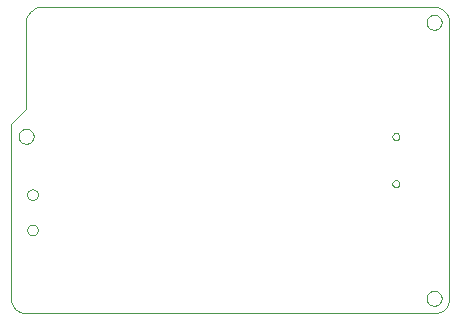
<source format=gbr>
G04 PROTEUS RS274X GERBER FILE*
%FSLAX45Y45*%
%MOMM*%
G01*
%ADD73C,0.025400*%
D73*
X-152400Y-25400D02*
X-149873Y-51367D01*
X-142602Y-75381D01*
X-131052Y-96977D01*
X-115689Y-115689D01*
X-96977Y-131052D01*
X-75381Y-142602D01*
X-51367Y-149873D01*
X-25400Y-152400D01*
X+3429000Y-152400D01*
X+3454967Y-149873D01*
X+3478981Y-142602D01*
X+3500577Y-131052D01*
X+3519289Y-115689D01*
X+3534652Y-96977D01*
X+3546202Y-75381D01*
X+3553473Y-51367D01*
X+3556000Y-25400D01*
X+3556000Y+2311400D01*
X+3553473Y+2337367D01*
X+3546202Y+2361381D01*
X+3534652Y+2382977D01*
X+3519289Y+2401689D01*
X+3500577Y+2417052D01*
X+3478981Y+2428602D01*
X+3454967Y+2435873D01*
X+3429000Y+2438400D01*
X+101600Y+2438400D01*
X+75632Y+2435873D01*
X+51618Y+2428602D01*
X+30023Y+2417052D01*
X+11311Y+2401689D01*
X-4052Y+2382977D01*
X-15602Y+2361381D01*
X-22873Y+2337367D01*
X-25400Y+2311400D01*
X-25400Y+1574800D01*
X-152400Y+1447800D01*
X-152400Y-25400D01*
X+3492500Y-25400D02*
X+3492283Y-20153D01*
X+3490518Y-9658D01*
X+3486826Y+837D01*
X+3480798Y+11332D01*
X+3471576Y+21712D01*
X+3461081Y+29400D01*
X+3450586Y+34318D01*
X+3440091Y+37124D01*
X+3429596Y+38097D01*
X+3429000Y+38100D01*
X+3365500Y-25400D02*
X+3365717Y-20153D01*
X+3367482Y-9658D01*
X+3371174Y+837D01*
X+3377202Y+11332D01*
X+3386424Y+21712D01*
X+3396919Y+29400D01*
X+3407414Y+34318D01*
X+3417909Y+37124D01*
X+3428404Y+38097D01*
X+3429000Y+38100D01*
X+3365500Y-25400D02*
X+3365717Y-30647D01*
X+3367482Y-41142D01*
X+3371174Y-51637D01*
X+3377202Y-62132D01*
X+3386424Y-72512D01*
X+3396919Y-80200D01*
X+3407414Y-85118D01*
X+3417909Y-87924D01*
X+3428404Y-88897D01*
X+3429000Y-88900D01*
X+3492500Y-25400D02*
X+3492283Y-30647D01*
X+3490518Y-41142D01*
X+3486826Y-51637D01*
X+3480798Y-62132D01*
X+3471576Y-72512D01*
X+3461081Y-80200D01*
X+3450586Y-85118D01*
X+3440091Y-87924D01*
X+3429596Y-88897D01*
X+3429000Y-88900D01*
X+3492500Y+2311400D02*
X+3492283Y+2316647D01*
X+3490518Y+2327142D01*
X+3486826Y+2337637D01*
X+3480798Y+2348132D01*
X+3471576Y+2358512D01*
X+3461081Y+2366200D01*
X+3450586Y+2371118D01*
X+3440091Y+2373924D01*
X+3429596Y+2374897D01*
X+3429000Y+2374900D01*
X+3365500Y+2311400D02*
X+3365717Y+2316647D01*
X+3367482Y+2327142D01*
X+3371174Y+2337637D01*
X+3377202Y+2348132D01*
X+3386424Y+2358512D01*
X+3396919Y+2366200D01*
X+3407414Y+2371118D01*
X+3417909Y+2373924D01*
X+3428404Y+2374897D01*
X+3429000Y+2374900D01*
X+3365500Y+2311400D02*
X+3365717Y+2306153D01*
X+3367482Y+2295658D01*
X+3371174Y+2285163D01*
X+3377202Y+2274668D01*
X+3386424Y+2264288D01*
X+3396919Y+2256600D01*
X+3407414Y+2251682D01*
X+3417909Y+2248876D01*
X+3428404Y+2247903D01*
X+3429000Y+2247900D01*
X+3492500Y+2311400D02*
X+3492283Y+2306153D01*
X+3490518Y+2295658D01*
X+3486826Y+2285163D01*
X+3480798Y+2274668D01*
X+3471576Y+2264288D01*
X+3461081Y+2256600D01*
X+3450586Y+2251682D01*
X+3440091Y+2248876D01*
X+3429596Y+2247903D01*
X+3429000Y+2247900D01*
X+38100Y+1346200D02*
X+37883Y+1351447D01*
X+36118Y+1361942D01*
X+32426Y+1372437D01*
X+26398Y+1382932D01*
X+17176Y+1393312D01*
X+6681Y+1401000D01*
X-3814Y+1405918D01*
X-14309Y+1408724D01*
X-24804Y+1409697D01*
X-25400Y+1409700D01*
X-88900Y+1346200D02*
X-88683Y+1351447D01*
X-86918Y+1361942D01*
X-83226Y+1372437D01*
X-77198Y+1382932D01*
X-67976Y+1393312D01*
X-57481Y+1401000D01*
X-46986Y+1405918D01*
X-36491Y+1408724D01*
X-25996Y+1409697D01*
X-25400Y+1409700D01*
X-88900Y+1346200D02*
X-88683Y+1340953D01*
X-86918Y+1330458D01*
X-83226Y+1319963D01*
X-77198Y+1309468D01*
X-67976Y+1299088D01*
X-57481Y+1291400D01*
X-46986Y+1286482D01*
X-36491Y+1283676D01*
X-25996Y+1282703D01*
X-25400Y+1282700D01*
X+38100Y+1346200D02*
X+37883Y+1340953D01*
X+36118Y+1330458D01*
X+32426Y+1319963D01*
X+26398Y+1309468D01*
X+17176Y+1299088D01*
X+6681Y+1291400D01*
X-3814Y+1286482D01*
X-14309Y+1283676D01*
X-24804Y+1282703D01*
X-25400Y+1282700D01*
X+3135700Y+943000D02*
X+3135597Y+945489D01*
X+3134755Y+950469D01*
X+3132995Y+955449D01*
X+3130118Y+960429D01*
X+3125717Y+965345D01*
X+3120737Y+968959D01*
X+3115757Y+971264D01*
X+3110777Y+972567D01*
X+3105797Y+973000D01*
X+3105700Y+973000D01*
X+3075700Y+943000D02*
X+3075803Y+945489D01*
X+3076645Y+950469D01*
X+3078405Y+955449D01*
X+3081282Y+960429D01*
X+3085683Y+965345D01*
X+3090663Y+968959D01*
X+3095643Y+971264D01*
X+3100623Y+972567D01*
X+3105603Y+973000D01*
X+3105700Y+973000D01*
X+3075700Y+943000D02*
X+3075803Y+940511D01*
X+3076645Y+935531D01*
X+3078405Y+930551D01*
X+3081282Y+925571D01*
X+3085683Y+920655D01*
X+3090663Y+917041D01*
X+3095643Y+914736D01*
X+3100623Y+913433D01*
X+3105603Y+913000D01*
X+3105700Y+913000D01*
X+3135700Y+943000D02*
X+3135597Y+940511D01*
X+3134755Y+935531D01*
X+3132995Y+930551D01*
X+3130118Y+925571D01*
X+3125717Y+920655D01*
X+3120737Y+917041D01*
X+3115757Y+914736D01*
X+3110777Y+913433D01*
X+3105797Y+913000D01*
X+3105700Y+913000D01*
X+3135700Y+1343000D02*
X+3135597Y+1345489D01*
X+3134755Y+1350469D01*
X+3132995Y+1355449D01*
X+3130118Y+1360429D01*
X+3125717Y+1365345D01*
X+3120737Y+1368959D01*
X+3115757Y+1371264D01*
X+3110777Y+1372567D01*
X+3105797Y+1373000D01*
X+3105700Y+1373000D01*
X+3075700Y+1343000D02*
X+3075803Y+1345489D01*
X+3076645Y+1350469D01*
X+3078405Y+1355449D01*
X+3081282Y+1360429D01*
X+3085683Y+1365345D01*
X+3090663Y+1368959D01*
X+3095643Y+1371264D01*
X+3100623Y+1372567D01*
X+3105603Y+1373000D01*
X+3105700Y+1373000D01*
X+3075700Y+1343000D02*
X+3075803Y+1340511D01*
X+3076645Y+1335531D01*
X+3078405Y+1330551D01*
X+3081282Y+1325571D01*
X+3085683Y+1320655D01*
X+3090663Y+1317041D01*
X+3095643Y+1314736D01*
X+3100623Y+1313433D01*
X+3105603Y+1313000D01*
X+3105700Y+1313000D01*
X+3135700Y+1343000D02*
X+3135597Y+1340511D01*
X+3134755Y+1335531D01*
X+3132995Y+1330551D01*
X+3130118Y+1325571D01*
X+3125717Y+1320655D01*
X+3120737Y+1317041D01*
X+3115757Y+1314736D01*
X+3110777Y+1313433D01*
X+3105797Y+1313000D01*
X+3105700Y+1313000D01*
X+73800Y+551800D02*
X+73645Y+555527D01*
X+72389Y+562982D01*
X+69759Y+570437D01*
X+65463Y+577892D01*
X+58893Y+585258D01*
X+51438Y+590691D01*
X+43983Y+594161D01*
X+36528Y+596131D01*
X+29073Y+596799D01*
X+28800Y+596800D01*
X-16200Y+551800D02*
X-16045Y+555527D01*
X-14789Y+562982D01*
X-12159Y+570437D01*
X-7863Y+577892D01*
X-1293Y+585258D01*
X+6162Y+590691D01*
X+13617Y+594161D01*
X+21072Y+596131D01*
X+28527Y+596799D01*
X+28800Y+596800D01*
X-16200Y+551800D02*
X-16045Y+548073D01*
X-14789Y+540618D01*
X-12159Y+533163D01*
X-7863Y+525708D01*
X-1293Y+518342D01*
X+6162Y+512909D01*
X+13617Y+509439D01*
X+21072Y+507469D01*
X+28527Y+506801D01*
X+28800Y+506800D01*
X+73800Y+551800D02*
X+73645Y+548073D01*
X+72389Y+540618D01*
X+69759Y+533163D01*
X+65463Y+525708D01*
X+58893Y+518342D01*
X+51438Y+512909D01*
X+43983Y+509439D01*
X+36528Y+507469D01*
X+29073Y+506801D01*
X+28800Y+506800D01*
X+73800Y+851800D02*
X+73645Y+855527D01*
X+72389Y+862982D01*
X+69759Y+870437D01*
X+65463Y+877892D01*
X+58893Y+885258D01*
X+51438Y+890691D01*
X+43983Y+894161D01*
X+36528Y+896131D01*
X+29073Y+896799D01*
X+28800Y+896800D01*
X-16200Y+851800D02*
X-16045Y+855527D01*
X-14789Y+862982D01*
X-12159Y+870437D01*
X-7863Y+877892D01*
X-1293Y+885258D01*
X+6162Y+890691D01*
X+13617Y+894161D01*
X+21072Y+896131D01*
X+28527Y+896799D01*
X+28800Y+896800D01*
X-16200Y+851800D02*
X-16045Y+848073D01*
X-14789Y+840618D01*
X-12159Y+833163D01*
X-7863Y+825708D01*
X-1293Y+818342D01*
X+6162Y+812909D01*
X+13617Y+809439D01*
X+21072Y+807469D01*
X+28527Y+806801D01*
X+28800Y+806800D01*
X+73800Y+851800D02*
X+73645Y+848073D01*
X+72389Y+840618D01*
X+69759Y+833163D01*
X+65463Y+825708D01*
X+58893Y+818342D01*
X+51438Y+812909D01*
X+43983Y+809439D01*
X+36528Y+807469D01*
X+29073Y+806801D01*
X+28800Y+806800D01*
M02*

</source>
